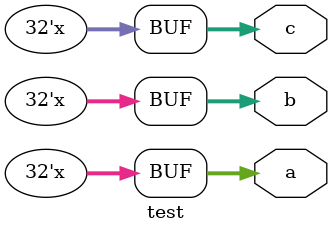
<source format=v>
`timescale 1ns / 1ps
module test(
output 	reg [31:0] a,
output 	reg [31:0] b,
output 	reg [31:0] c
    );
initial begin
	a=1;
	b=0;
	c=1;
end
// a=1 b=1 c=1
initial begin
	#1;
	a<=b;
	b=c;
	c<=b;
end

endmodule

</source>
